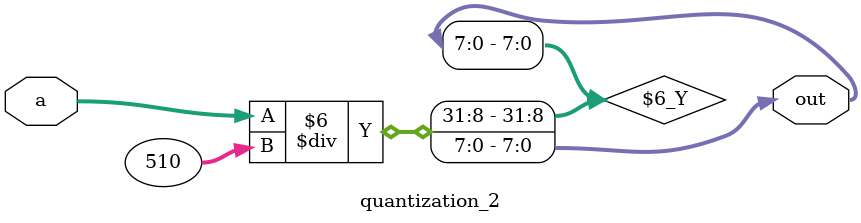
<source format=v>

module SNN(
	// Input signals
	clk,
	rst_n,
	in_valid,
	img,
	ker,
	weight,

	// Output signals
	out_valid,
	out_data
);

input clk;
input rst_n;
input in_valid;
input [7:0] img;
input [7:0] ker;
input [7:0] weight;

output reg out_valid;
output reg [9:0] out_data;


//==============================================//
//       parameter & integer declaration        //
//==============================================//
integer i;
parameter scale1 = 2295;
parameter scale2 = 510;
//==============================================//
//           reg & wire declaration             //
//==============================================//
//reg  flag;
reg [6:0] cnt_global;
reg [4:0] cnt;
reg [7:0] img_reg[0:11];
reg [7:0] ker_reg[0:8];
reg [7:0] weight_reg[0:3];
reg [7:0] ifm[0:8];
reg [7:0] ifm_3to0,ifm_4to1,ifm_5to2,ifm_6to3,ifm_7to4,ifm_8to5;
reg window_en[0:8];
//==============================================//
//                Gated clock                   //
//==============================================//
/*
reg clk_en_reg;
wire clk_gate_img;
wire clk_gate_ker;
wire clk_gate_weight;
wire addmult_sleep_clk[0:8];
wire clk_g1;

GATED_OR GATED_CG_U01 (.CLOCK(clk), .SLEEP_CTRL( cnt_global >= 72&& cg_en), .RST_N(rst_n), .CLOCK_GATED(clk_gate_img));
GATED_OR GATED_CG_U02 (.CLOCK(clk), .SLEEP_CTRL( cnt_global >= 9 && cg_en), .RST_N(rst_n), .CLOCK_GATED(clk_gate_ker));
GATED_OR GATED_CG_U03 (.CLOCK(clk), .SLEEP_CTRL( cnt_global >= 4 && cg_en), .RST_N(rst_n), .CLOCK_GATED(clk_gate_weight));
genvar gate_addmult;
generate
	for(gate_addmult=0;gate_addmult<9;gate_addmult=gate_addmult+1) begin
		GATED_OR GATED_CG_U0X (.CLOCK(clk), .SLEEP_CTRL( !window_en[gate_addmult]) , .RST_N(rst_n), .CLOCK_GATED(addmult_sleep_clk[gate_addmult]));
	end
endgenerate
GATED_OR GATED_CG_U04 (.CLOCK(clk), .SLEEP_CTRL( !cnt) , .RST_N(rst_n), .CLOCK_GATED(sleep_clk));*/
//GATED_OR GATED_CG_U04 (.CLOCK(clk), .SLEEP_CTRL((!((cnt >= 16 && cnt <= 32))&& cg_en ) ) , .RST_N(rst_n), .CLOCK_GATED(clk_g1));
//GATED_OR GATED_CG_U05 (.CLOCK(clk), .SLEEP_CTRL(!(cnt<38 && (cnt >=22))) , .RST_N(rst_n), .CLOCK_GATED(clk_g2));

//==============================================//
//                  design                      //
//==============================================//

//cnt_global
always@(posedge clk or negedge rst_n)begin
	if(!rst_n) cnt_global <= 0;
	else if(out_valid) cnt_global <= 0;
	else if(in_valid || |cnt_global) cnt_global <= cnt_global + 1;    
end
//cnt
always@(posedge clk or negedge rst_n)begin
	if(!rst_n) cnt <= 31;
	else if(out_valid) cnt <= 31;
	else if((cnt_global == 11 || cnt_global == 47) ) cnt <= 1;   
	else if(~&cnt) cnt <= cnt + 1;                              
end
//input reg

always@(posedge clk) begin
	img_reg[11] <= img;
	for(i=0;i<11;i=i+1) img_reg[i] <= img_reg[i+1];
end


always@(posedge clk)begin
	if( cnt_global < 9)begin
		for(i=0;i<9;i=i+1)begin
			if(i==cnt_global) ker_reg[i] <= ker;
		end
	end
end

always@(posedge clk)begin
	if( cnt_global < 4 )begin
		 weight_reg[cnt_global[1:0]] <= weight;
	end
end
//img window enable



always@(posedge clk or negedge rst_n) begin
	if(!rst_n) begin
		for(i=0;i<9;i=i+1) window_en[i] <= 0;
	end
	else begin
		for(i=0;i<9;i=i+1) window_en[i] <= 1;
	end
end
//img mux
always@(*)begin
	if( window_en[0]   ) begin
		
		if(cnt[3:0] == 1 || cnt[3:0] == 2 ||cnt[3:0] == 3 ||cnt[3:0] == 4)  ifm[0] = img_reg[0];
		else ifm[0] = ifm_3to0;

	end
	else ifm[0] = 0;
end

always@(*)begin
	if( window_en[1]   ) begin
		case(cnt[3:0])
		4'd5,4'd2,4'd3,4'd4: ifm[1] = img_reg[0];
		default: ifm[1] = ifm_4to1;
		endcase
	end
	else ifm[1] = 0;
end

always@(*)begin
	if( window_en[2]  ) begin
		case(cnt[3:0])
		4'd5,4'd6,4'd3,4'd4: ifm[2] = img_reg[0];
		default: ifm[2] = ifm_5to2;
		endcase
	end
	else ifm[2] = 0;
end

always@(*)begin
	if( window_en[3]  ) begin
		case(cnt[3:0])
		4'd5,4'd6,4'd7,4'd4: ifm[3] = img_reg[3];
		default: ifm[3] = ifm_6to3;
		endcase
	end
	else ifm[3] = 0;
end

always@(*)begin
	if( window_en[4] ) begin
		case(cnt[3:0])
		4'd5,4'd6,4'd7,4'd8: ifm[4] = img_reg[3];
		default: ifm[4] = ifm_7to4;
		endcase
	end
	else ifm[4] = 0;
end

always@(*)begin
	if(window_en[5] ) begin
		case(cnt[3:0])
		4'd9,4'd6,4'd7,4'd8: ifm[5] = img_reg[3];
		default: ifm[5] = ifm_8to5;
		endcase
	end
	else ifm[5] = 0;
end

always@(*)begin
	if(window_en[6] ) begin
		case (cnt[3:0])
		4'd7,4'd8,4'd9,4'd10: ifm[6] = img_reg[6];
		4'd11,4'd12,4'd13,4'd14: ifm[6] = img_reg[8];
		4'd15,4'd0,4'd1,4'd2: ifm[6] = img_reg[10];
		4'd3,4'd4,4'd5,4'd6: ifm[6] = img;// img_reg[12];
		endcase
	end
	else ifm[6] = 0;
end

always@(*)begin
	if(window_en[7] ) begin
		case (cnt[3:0])
		4'd8,4'd9,4'd10,4'd11: ifm[7] = img_reg[6];
		4'd12,4'd13,4'd14,4'd15: ifm[7] = img_reg[8];
		4'd0,4'd1,4'd2,4'd3: ifm[7] = img_reg[10];
		4'd4,4'd5,4'd6,4'd7: ifm[7] = img;//img_reg[12];
		endcase
	end
	else ifm[7] = 0;
end

always@(*)begin
	if( window_en[8] ) begin
		case (cnt[3:0])
		4'd9,4'd10,4'd11,4'd12: ifm[8] = img_reg[6];
		4'd13,4'd14,4'd15,4'd0: ifm[8] = img_reg[8];
		4'd1,4'd2,4'd3,4'd4: ifm[8] = img_reg[10];
		4'd5,4'd6,4'd7,4'd8: ifm[8] = img;//img_reg[12];
		endcase
	end
	else ifm[8] = 0;
end


always@(posedge clk) begin
	ifm_3to0 <= ifm[3];
end
always@(posedge clk) begin
	ifm_4to1 <= ifm[4];
end
always@(posedge clk) begin
	ifm_5to2 <= ifm[5];
end
always@(posedge clk) begin
	ifm_6to3 <= ifm[6];
end
always@(posedge clk) begin
	ifm_7to4 <= ifm[7];
end
always@(posedge clk) begin
	ifm_8to5 <= ifm[8];
end


//convolution
wire [19:0] addmult[0:9];
assign addmult[0] = 0;
genvar c;
generate
	for(c=0;c<9;c=c+1) begin
		add_mult my_conv (.a(addmult[c]),.b(ifm[c]),.c(ker_reg[c]),.clk(clk),.out(addmult[c+1]));
	end
endgenerate

//quantization
reg [7:0]  quant1;
always@(*) quant1 <= addmult[9] / 2295;

//line buffer
reg [7:0] buffer[0:4];


always@(posedge clk)begin
	buffer[4] <= quant1;
	buffer[3] <= buffer[4];
	buffer[2] <= buffer[3];
	buffer[1] <= buffer[2];
	buffer[0] <= buffer[1];
end
//max pooling && fully connected
//max pooling && fully connected
wire[7:0] max_temp1,max_temp2,max_comb;
reg [7:0] max;
wire[7:0] mult_in;
wire[7:0] weight1,weight2;
reg[15:0] mult_temp1,mult_temp2;
wire[16:0]add_in1,add_in2; 
wire[16:0] add_temp1,add_temp2;
wire[15:0] a,b;


assign max_temp1 = (buffer[4] > quant1)? buffer[4] : quant1;
assign max_temp2 = (buffer[1] > buffer[0])? buffer[1] : buffer[0];
assign max_comb = (max_temp1 > max_temp2)? max_temp1 : max_temp2;

always@(posedge clk) max <= max_comb;

assign weight1 = (cnt == 16 || cnt == 24)? weight_reg[0] : weight_reg[2];
assign weight2 = (cnt == 16 || cnt == 24)? weight_reg[1] : weight_reg[3];
//assign mult_in = (cnt == 28 || cnt == 30 || cnt == 36 || (cnt == 2 && !flag) || cnt == 38 )? max : 0;   
assign a = max * weight1;
assign b = max * weight2;

//assign add_in1 = (cnt == 29)?  : fc[2];
//assign add_in2 = (cnt == 29)? fc[1] : fc[3];
assign add_temp1 = (cnt == 18 ||  cnt == 26)? a + mult_temp1:0;
assign add_temp2 = (cnt == 18 ||  cnt == 26)? b + mult_temp2:0;

always@(posedge clk) begin
	if(cnt == 16 || cnt == 24)begin
		mult_temp1 <= a;
		mult_temp2 <= b;
	end
end

//quantization2
wire[7:0] encode_comb[0:1];
reg [7:0] encode_reg[0:3];
always@(posedge clk)begin
	if(cnt_global == 29 ) begin
		encode_reg[0] <= encode_comb[0];
		encode_reg[1] <= encode_comb[1];
	end
	if(cnt_global == 37) begin
		encode_reg[2] <= encode_comb[0];
		encode_reg[3] <= encode_comb[1];
	end
end
quantization_2 my_quantization_2_1 (.a(add_temp1), .out(encode_comb[0]));
quantization_2 my_quantization_2_2 (.a(add_temp2), .out(encode_comb[1]));


//L1 distance
reg  [7:0] l1_sub_in1,l1_sub_in2;
wire [7:0] l1_add_in1, l1_add_in2,l1_add_in3;
wire [9:0] l1_sub_temp1,l1_sub_temp2;
wire [9:0] l1_add_temp;
reg  [9:0] l1_reg;

always@(*) begin
	if(cnt_global == 65) l1_sub_in1 = encode_reg[0];
	else l1_sub_in1 =  encode_reg[2];

end

always@(*) begin
	if(cnt_global == 65 ) l1_sub_in2 = encode_reg[1];
	else l1_sub_in2 =  encode_reg[3];
end

assign l1_sub_temp1 = l1_sub_in1 - encode_comb[0];
assign l1_sub_temp2 = l1_sub_in2 - encode_comb[1];

assign l1_add_in1 = (l1_sub_temp1[9])? -l1_sub_temp1 : l1_sub_temp1;
assign l1_add_in2 = (l1_sub_temp2[9])? -l1_sub_temp2 : l1_sub_temp2;
assign l1_add_in3 =  l1_add_in1 + l1_add_in2;
assign l1_add_temp = l1_reg + l1_add_in3;
always@(posedge clk)begin
	if(cnt_global == 65)
	l1_reg <= l1_add_in3;
end




//if in_valid uncontinous ,output 0 whatever, fuck you 
reg JG_fuckyou;
reg [9:0] n_output;
/*
always@(posedge clk or negedge rst_n) begin
	if(!rst_n) JG_fuckyou <= 0;
	else if(cnt_global>0 && cnt_global < 72 && !in_valid) JG_fuckyou <= 1;
	//else if(out_valid) 
end*/
//if in_valid uncontinous ,output 0 whatever, fuck you 
always@(*)begin
	//if(JG_fuckyou) n_output = 0;
	 if(|l1_add_temp[9:4]) n_output = l1_add_temp;
	else n_output = 0;
end

always@(posedge clk or negedge rst_n)begin
	if(!rst_n)begin
		out_valid <= 0;
		out_data <= 0;
	end
	else if(cnt_global == 73)begin
		out_valid <= 1;
		out_data <=n_output;//l1_add_temp:0;// n_output;//
	end
	else begin
		out_valid <= 0;
		out_data <= 0;
	end
end

endmodule

module add_mult(a,b,c,clk,out);
	input clk;
	input [19:0] a;
	input [7:0] b,c;
	output reg [19:0] out;
	always@(posedge clk ) begin
		out <= (a + b * c);
	end
endmodule
/*
module conv_quant(a,b,c,clk,out);
	input clk;
	input [19:0] a;
	input [7:0] b,c;
	output reg [7:0] out;
	always@(posedge clk ) begin
		out <= (a + b * c)/2295;
	end
endmodule
*/
module quantization_2(a,out);
	//input clk;
	input [16:0] a;
	output reg [7:0] out;
	always@(*)begin//(posedge clk) begin
		out <= a / 510;
	end
endmodule

//10 11 ,14 15   , 2 3 , 6 7      , 010  011 110 111
//12 13 ,16 17   , 4 5 , 0 ,1
/*
reg [7:0] max_left,max_right;
reg [7:0] max_left_temp,max_right_temp;
always@(*)begin
	max_left_temp = (quant1 > max_left)? quant1 : max_left;
	max_right_temp = (quant1 > max_right)? quant1 : max_right;
end
always@(posedge clk)begin
	if(cnt[2:0] == 2) max_left <= quant1;
	else if(cnt[2:0] == 6 || cnt[2:0] == 3 ) max_left <= max_left_temp;
end

always@(posedge clk)begin
	if(cnt[2:0] == 4) max_right <= quant1;
	else if( cnt[2:0] == 0 || cnt[2:0] == 5) max_right <= max_right_temp;
end	

always@(posedge clk)begin
	max <= (&cnt[2:0])? max_left_temp : max_right_temp;
end*/

</source>
